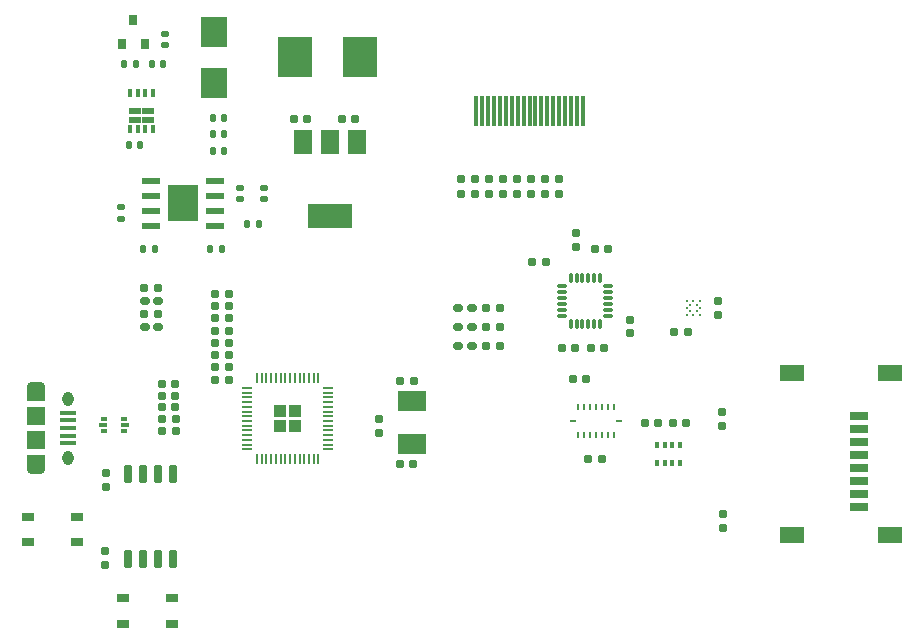
<source format=gbr>
%TF.GenerationSoftware,KiCad,Pcbnew,(6.0.0-0)*%
%TF.CreationDate,2022-10-23T11:33:14-04:00*%
%TF.ProjectId,hermes_v1,6865726d-6573-45f7-9631-2e6b69636164,rev?*%
%TF.SameCoordinates,Original*%
%TF.FileFunction,Paste,Top*%
%TF.FilePolarity,Positive*%
%FSLAX46Y46*%
G04 Gerber Fmt 4.6, Leading zero omitted, Abs format (unit mm)*
G04 Created by KiCad (PCBNEW (6.0.0-0)) date 2022-10-23 11:33:14*
%MOMM*%
%LPD*%
G01*
G04 APERTURE LIST*
G04 Aperture macros list*
%AMRoundRect*
0 Rectangle with rounded corners*
0 $1 Rounding radius*
0 $2 $3 $4 $5 $6 $7 $8 $9 X,Y pos of 4 corners*
0 Add a 4 corners polygon primitive as box body*
4,1,4,$2,$3,$4,$5,$6,$7,$8,$9,$2,$3,0*
0 Add four circle primitives for the rounded corners*
1,1,$1+$1,$2,$3*
1,1,$1+$1,$4,$5*
1,1,$1+$1,$6,$7*
1,1,$1+$1,$8,$9*
0 Add four rect primitives between the rounded corners*
20,1,$1+$1,$2,$3,$4,$5,0*
20,1,$1+$1,$4,$5,$6,$7,0*
20,1,$1+$1,$6,$7,$8,$9,0*
20,1,$1+$1,$8,$9,$2,$3,0*%
G04 Aperture macros list end*
%ADD10RoundRect,0.155000X0.212500X0.155000X-0.212500X0.155000X-0.212500X-0.155000X0.212500X-0.155000X0*%
%ADD11RoundRect,0.155000X-0.155000X0.212500X-0.155000X-0.212500X0.155000X-0.212500X0.155000X0.212500X0*%
%ADD12RoundRect,0.155000X-0.212500X-0.155000X0.212500X-0.155000X0.212500X0.155000X-0.212500X0.155000X0*%
%ADD13RoundRect,0.160000X0.222500X0.160000X-0.222500X0.160000X-0.222500X-0.160000X0.222500X-0.160000X0*%
%ADD14RoundRect,0.160000X-0.160000X0.197500X-0.160000X-0.197500X0.160000X-0.197500X0.160000X0.197500X0*%
%ADD15RoundRect,0.160000X-0.197500X-0.160000X0.197500X-0.160000X0.197500X0.160000X-0.197500X0.160000X0*%
%ADD16RoundRect,0.160000X0.160000X-0.197500X0.160000X0.197500X-0.160000X0.197500X-0.160000X-0.197500X0*%
%ADD17RoundRect,0.250000X0.292217X-0.292217X0.292217X0.292217X-0.292217X0.292217X-0.292217X-0.292217X0*%
%ADD18RoundRect,0.050000X0.050000X-0.387500X0.050000X0.387500X-0.050000X0.387500X-0.050000X-0.387500X0*%
%ADD19RoundRect,0.050000X0.387500X-0.050000X0.387500X0.050000X-0.387500X0.050000X-0.387500X-0.050000X0*%
%ADD20RoundRect,0.150000X0.150000X-0.650000X0.150000X0.650000X-0.150000X0.650000X-0.150000X-0.650000X0*%
%ADD21R,2.400000X1.700000*%
%ADD22R,1.050000X0.650000*%
%ADD23O,0.950000X1.250000*%
%ADD24O,1.550000X0.890000*%
%ADD25R,1.350000X0.400000*%
%ADD26R,1.550000X1.500000*%
%ADD27R,1.550000X1.200000*%
%ADD28RoundRect,0.160000X-0.222500X-0.160000X0.222500X-0.160000X0.222500X0.160000X-0.222500X0.160000X0*%
%ADD29R,0.500000X0.375000*%
%ADD30R,0.650000X0.300000*%
%ADD31RoundRect,0.075000X-0.350000X-0.075000X0.350000X-0.075000X0.350000X0.075000X-0.350000X0.075000X0*%
%ADD32RoundRect,0.075000X0.075000X-0.350000X0.075000X0.350000X-0.075000X0.350000X-0.075000X-0.350000X0*%
%ADD33RoundRect,0.155000X0.155000X-0.212500X0.155000X0.212500X-0.155000X0.212500X-0.155000X-0.212500X0*%
%ADD34RoundRect,0.140000X-0.140000X-0.170000X0.140000X-0.170000X0.140000X0.170000X-0.140000X0.170000X0*%
%ADD35R,2.950000X3.500000*%
%ADD36R,0.300000X2.600000*%
%ADD37RoundRect,0.140000X0.170000X-0.140000X0.170000X0.140000X-0.170000X0.140000X-0.170000X-0.140000X0*%
%ADD38RoundRect,0.135000X0.135000X0.185000X-0.135000X0.185000X-0.135000X-0.185000X0.135000X-0.185000X0*%
%ADD39R,2.600000X3.100000*%
%ADD40R,1.550000X0.600000*%
%ADD41RoundRect,0.135000X0.185000X-0.135000X0.185000X0.135000X-0.185000X0.135000X-0.185000X-0.135000X0*%
%ADD42RoundRect,0.140000X-0.170000X0.140000X-0.170000X-0.140000X0.170000X-0.140000X0.170000X0.140000X0*%
%ADD43C,0.202004*%
%ADD44RoundRect,0.140000X0.140000X0.170000X-0.140000X0.170000X-0.140000X-0.170000X0.140000X-0.170000X0*%
%ADD45R,1.500000X0.800000*%
%ADD46R,2.000000X1.450000*%
%ADD47R,0.254000X0.482600*%
%ADD48R,0.482600X0.254000*%
%ADD49R,0.420000X0.700000*%
%ADD50R,1.000000X0.600000*%
%ADD51R,0.350000X0.500000*%
%ADD52R,0.800000X0.900000*%
%ADD53R,1.500000X2.000000*%
%ADD54R,3.800000X2.000000*%
%ADD55R,2.300000X2.500000*%
G04 APERTURE END LIST*
D10*
%TO.C,C6*%
X139335000Y-73393750D03*
X138200000Y-73393750D03*
%TD*%
%TO.C,C8*%
X139335000Y-72400000D03*
X138200000Y-72400000D03*
%TD*%
%TO.C,C11*%
X143843751Y-69978570D03*
X142708751Y-69978570D03*
%TD*%
%TO.C,C12*%
X143843751Y-68942856D03*
X142708751Y-68942856D03*
%TD*%
%TO.C,C13*%
X143835000Y-67907142D03*
X142700000Y-67907142D03*
%TD*%
%TO.C,C14*%
X143835000Y-66871428D03*
X142700000Y-66871428D03*
%TD*%
%TO.C,C15*%
X143835000Y-65835714D03*
X142700000Y-65835714D03*
%TD*%
%TO.C,C16*%
X143835000Y-64800000D03*
X142700000Y-64800000D03*
%TD*%
%TO.C,C17*%
X159492500Y-79182500D03*
X158357500Y-79182500D03*
%TD*%
%TO.C,C18*%
X159517500Y-72150000D03*
X158382500Y-72150000D03*
%TD*%
D11*
%TO.C,C19*%
X133500000Y-79982500D03*
X133500000Y-81117500D03*
%TD*%
D12*
%TO.C,C26*%
X174282500Y-78800000D03*
X175417500Y-78800000D03*
%TD*%
D13*
%TO.C,D2*%
X164422500Y-66000000D03*
X163277500Y-66000000D03*
%TD*%
%TO.C,D3*%
X164422500Y-67600000D03*
X163277500Y-67600000D03*
%TD*%
%TO.C,D4*%
X164422500Y-69200000D03*
X163277500Y-69200000D03*
%TD*%
D14*
%TO.C,R5*%
X173252500Y-59602500D03*
X173252500Y-60797500D03*
%TD*%
D15*
%TO.C,R6*%
X169505000Y-62100000D03*
X170700000Y-62100000D03*
%TD*%
D16*
%TO.C,R7*%
X133350000Y-87715000D03*
X133350000Y-86520000D03*
%TD*%
D15*
%TO.C,R13*%
X165652500Y-67600000D03*
X166847500Y-67600000D03*
%TD*%
%TO.C,R14*%
X165652500Y-69200000D03*
X166847500Y-69200000D03*
%TD*%
D17*
%TO.C,U3*%
X148212500Y-75987500D03*
X148212500Y-74712500D03*
X149487500Y-74712500D03*
X149487500Y-75987500D03*
D18*
X146250000Y-78787500D03*
X146650000Y-78787500D03*
X147050000Y-78787500D03*
X147450000Y-78787500D03*
X147850000Y-78787500D03*
X148250000Y-78787500D03*
X148650000Y-78787500D03*
X149050000Y-78787500D03*
X149450000Y-78787500D03*
X149850000Y-78787500D03*
X150250000Y-78787500D03*
X150650000Y-78787500D03*
X151050000Y-78787500D03*
X151450000Y-78787500D03*
D19*
X152287500Y-77950000D03*
X152287500Y-77550000D03*
X152287500Y-77150000D03*
X152287500Y-76750000D03*
X152287500Y-76350000D03*
X152287500Y-75950000D03*
X152287500Y-75550000D03*
X152287500Y-75150000D03*
X152287500Y-74750000D03*
X152287500Y-74350000D03*
X152287500Y-73950000D03*
X152287500Y-73550000D03*
X152287500Y-73150000D03*
X152287500Y-72750000D03*
D18*
X151450000Y-71912500D03*
X151050000Y-71912500D03*
X150650000Y-71912500D03*
X150250000Y-71912500D03*
X149850000Y-71912500D03*
X149450000Y-71912500D03*
X149050000Y-71912500D03*
X148650000Y-71912500D03*
X148250000Y-71912500D03*
X147850000Y-71912500D03*
X147450000Y-71912500D03*
X147050000Y-71912500D03*
X146650000Y-71912500D03*
X146250000Y-71912500D03*
D19*
X145412500Y-72750000D03*
X145412500Y-73150000D03*
X145412500Y-73550000D03*
X145412500Y-73950000D03*
X145412500Y-74350000D03*
X145412500Y-74750000D03*
X145412500Y-75150000D03*
X145412500Y-75550000D03*
X145412500Y-75950000D03*
X145412500Y-76350000D03*
X145412500Y-76750000D03*
X145412500Y-77150000D03*
X145412500Y-77550000D03*
X145412500Y-77950000D03*
%TD*%
D20*
%TO.C,U4*%
X135295000Y-87217500D03*
X136565000Y-87217500D03*
X137835000Y-87217500D03*
X139105000Y-87217500D03*
X139105000Y-80017500D03*
X137835000Y-80017500D03*
X136565000Y-80017500D03*
X135295000Y-80017500D03*
%TD*%
D21*
%TO.C,Y1*%
X159383750Y-77532500D03*
X159383750Y-73832500D03*
%TD*%
D10*
%TO.C,C9*%
X143835000Y-72050000D03*
X142700000Y-72050000D03*
%TD*%
D15*
%TO.C,R3*%
X138170000Y-76405000D03*
X139365000Y-76405000D03*
%TD*%
D22*
%TO.C,SW1*%
X126875000Y-85825000D03*
X131025000Y-85825000D03*
X126875000Y-83675000D03*
X131025000Y-83675000D03*
%TD*%
D23*
%TO.C,J2*%
X130250000Y-78650000D03*
D24*
X127550000Y-72650000D03*
X127550000Y-79650000D03*
D23*
X130250000Y-73650000D03*
D25*
X130250000Y-74850000D03*
X130250000Y-75500000D03*
X130250000Y-76150000D03*
X130250000Y-76800000D03*
X130250000Y-77450000D03*
D26*
X127550000Y-75150000D03*
X127550000Y-77150000D03*
D27*
X127550000Y-73250000D03*
X127550000Y-79050000D03*
%TD*%
D16*
%TO.C,R9*%
X156600000Y-76597500D03*
X156600000Y-75402500D03*
%TD*%
D10*
%TO.C,C10*%
X143843751Y-71014284D03*
X142708751Y-71014284D03*
%TD*%
D22*
%TO.C,SW2*%
X139075000Y-90575000D03*
X134925000Y-90575000D03*
X139075000Y-92725000D03*
X134925000Y-92725000D03*
%TD*%
D10*
%TO.C,C7*%
X139335000Y-74387500D03*
X138200000Y-74387500D03*
%TD*%
D15*
%TO.C,R12*%
X165652500Y-66000000D03*
X166847500Y-66000000D03*
%TD*%
%TO.C,R15*%
X136702500Y-66500000D03*
X137897500Y-66500000D03*
%TD*%
%TO.C,R16*%
X136702500Y-64300000D03*
X137897500Y-64300000D03*
%TD*%
D28*
%TO.C,D5*%
X136727500Y-67600000D03*
X137872500Y-67600000D03*
%TD*%
%TO.C,D6*%
X136727500Y-65400000D03*
X137872500Y-65400000D03*
%TD*%
D15*
%TO.C,R4*%
X138170000Y-75391250D03*
X139365000Y-75391250D03*
%TD*%
D29*
%TO.C,U7*%
X135000000Y-76437500D03*
D30*
X135075000Y-75900000D03*
D29*
X135000000Y-75362500D03*
X133300000Y-75362500D03*
D30*
X133225000Y-75900000D03*
D29*
X133300000Y-76437500D03*
%TD*%
D31*
%TO.C,U8*%
X172102500Y-64150000D03*
X172102500Y-64650000D03*
X172102500Y-65150000D03*
X172102500Y-65650000D03*
X172102500Y-66150000D03*
X172102500Y-66650000D03*
D32*
X172802500Y-67350000D03*
X173302500Y-67350000D03*
X173802500Y-67350000D03*
X174302500Y-67350000D03*
X174802500Y-67350000D03*
X175302500Y-67350000D03*
D31*
X176002500Y-66650000D03*
X176002500Y-66150000D03*
X176002500Y-65650000D03*
X176002500Y-65150000D03*
X176002500Y-64650000D03*
X176002500Y-64150000D03*
D32*
X175302500Y-63450000D03*
X174802500Y-63450000D03*
X174302500Y-63450000D03*
X173802500Y-63450000D03*
X173302500Y-63450000D03*
X172802500Y-63450000D03*
%TD*%
D33*
%TO.C,C35*%
X185250000Y-66567500D03*
X185250000Y-65432500D03*
%TD*%
D16*
%TO.C,R19*%
X164685714Y-56297500D03*
X164685714Y-55102500D03*
%TD*%
D34*
%TO.C,C24*%
X145420000Y-58900000D03*
X146380000Y-58900000D03*
%TD*%
D35*
%TO.C,L2*%
X149475000Y-44750000D03*
X154925000Y-44750000D03*
%TD*%
D36*
%TO.C,J5*%
X164825000Y-49286750D03*
X165325000Y-49286750D03*
X165825000Y-49286750D03*
X166325000Y-49286750D03*
X166825000Y-49286750D03*
X167325000Y-49286750D03*
X167825000Y-49286750D03*
X168325000Y-49286750D03*
X168825000Y-49286750D03*
X169325000Y-49286750D03*
X169825000Y-49286750D03*
X170325000Y-49286750D03*
X170825000Y-49286750D03*
X171325000Y-49286750D03*
X171825000Y-49286750D03*
X172325000Y-49286750D03*
X172825000Y-49286750D03*
X173325000Y-49286750D03*
X173825000Y-49286750D03*
%TD*%
D12*
%TO.C,C3*%
X149382500Y-49950000D03*
X150517500Y-49950000D03*
%TD*%
%TO.C,C5*%
X153407500Y-49950000D03*
X154542500Y-49950000D03*
%TD*%
D37*
%TO.C,C31*%
X144800000Y-56780000D03*
X144800000Y-55820000D03*
%TD*%
D38*
%TO.C,R8*%
X143310000Y-60950000D03*
X142290000Y-60950000D03*
%TD*%
D39*
%TO.C,U6*%
X139975000Y-57125000D03*
D40*
X137275000Y-55220000D03*
X137275000Y-56490000D03*
X137275000Y-57760000D03*
X137275000Y-59030000D03*
X142675000Y-59030000D03*
X142675000Y-57760000D03*
X142675000Y-56490000D03*
X142675000Y-55220000D03*
%TD*%
D12*
%TO.C,C4*%
X181457500Y-75750000D03*
X182592500Y-75750000D03*
%TD*%
D41*
%TO.C,R10*%
X134725000Y-58460000D03*
X134725000Y-57440000D03*
%TD*%
D10*
%TO.C,C34*%
X182717500Y-68050000D03*
X181582500Y-68050000D03*
%TD*%
D16*
%TO.C,R20*%
X165871428Y-56297500D03*
X165871428Y-55102500D03*
%TD*%
D42*
%TO.C,C27*%
X146850000Y-55820000D03*
X146850000Y-56780000D03*
%TD*%
D16*
%TO.C,R24*%
X170614284Y-56297500D03*
X170614284Y-55102500D03*
%TD*%
%TO.C,R2*%
X185700000Y-84597500D03*
X185700000Y-83402500D03*
%TD*%
%TO.C,R18*%
X163500000Y-56297500D03*
X163500000Y-55102500D03*
%TD*%
D43*
%TO.C,U9*%
X182634000Y-66556000D03*
X182634000Y-65990000D03*
X182634000Y-65424000D03*
X182917000Y-66273000D03*
X182917000Y-65707000D03*
X183200000Y-66556000D03*
X183200000Y-65424000D03*
X183483000Y-66273000D03*
X183483000Y-65707000D03*
X183766000Y-66556000D03*
X183766000Y-65990000D03*
X183766000Y-65424000D03*
%TD*%
D44*
%TO.C,C28*%
X136330000Y-52200000D03*
X135370000Y-52200000D03*
%TD*%
D12*
%TO.C,C1*%
X172982500Y-72000000D03*
X174117500Y-72000000D03*
%TD*%
D37*
%TO.C,C30*%
X138475000Y-43730000D03*
X138475000Y-42770000D03*
%TD*%
D45*
%TO.C,J1*%
X197250000Y-75150000D03*
X197250000Y-76250000D03*
X197250000Y-77350000D03*
X197250000Y-78450000D03*
X197250000Y-79550000D03*
X197250000Y-80650000D03*
X197250000Y-81750000D03*
X197250000Y-82850000D03*
D46*
X191550000Y-85225000D03*
X199850000Y-71475000D03*
X199850000Y-85225000D03*
X191550000Y-71475000D03*
%TD*%
D34*
%TO.C,C32*%
X142500000Y-52650000D03*
X143460000Y-52650000D03*
%TD*%
D44*
%TO.C,C29*%
X138305000Y-45350000D03*
X137345000Y-45350000D03*
%TD*%
D38*
%TO.C,R17*%
X135985000Y-45300000D03*
X134965000Y-45300000D03*
%TD*%
D47*
%TO.C,U1*%
X173450000Y-74394300D03*
X173949999Y-74394300D03*
X174450001Y-74394300D03*
X174950000Y-74394300D03*
X175449999Y-74394300D03*
X175950001Y-74394300D03*
X176450000Y-74394300D03*
D48*
X176861300Y-75550000D03*
D47*
X176450000Y-76705700D03*
X175950001Y-76705700D03*
X175449999Y-76705700D03*
X174950000Y-76705700D03*
X174450001Y-76705700D03*
X173949999Y-76705700D03*
X173450000Y-76705700D03*
D48*
X173038700Y-75550000D03*
%TD*%
D16*
%TO.C,R1*%
X185650000Y-75947500D03*
X185650000Y-74752500D03*
%TD*%
D49*
%TO.C,Q1*%
X135500000Y-50800000D03*
D50*
X135910000Y-49320000D03*
X137040000Y-50030000D03*
X137040000Y-49320000D03*
D49*
X136800000Y-50800000D03*
X137450000Y-50800000D03*
D50*
X135910000Y-50030000D03*
D49*
X136150000Y-50800000D03*
X137450000Y-47800000D03*
X136800000Y-47800000D03*
X136150000Y-47800000D03*
X135500000Y-47800000D03*
%TD*%
D10*
%TO.C,C20*%
X173170000Y-69400000D03*
X172035000Y-69400000D03*
%TD*%
D51*
%TO.C,U5*%
X182050000Y-79150000D03*
X181400000Y-79150000D03*
X180750000Y-79150000D03*
X180100000Y-79150000D03*
X180100000Y-77550000D03*
X180750000Y-77550000D03*
X181400000Y-77550000D03*
X182050000Y-77550000D03*
%TD*%
D10*
%TO.C,C25*%
X175970000Y-61000000D03*
X174835000Y-61000000D03*
%TD*%
%TO.C,C2*%
X180192500Y-75750000D03*
X179057500Y-75750000D03*
%TD*%
D34*
%TO.C,C23*%
X142495000Y-51275000D03*
X143455000Y-51275000D03*
%TD*%
D52*
%TO.C,D8*%
X136725000Y-43600000D03*
X135775000Y-41600000D03*
X134825000Y-43600000D03*
%TD*%
D16*
%TO.C,R21*%
X167057142Y-56297500D03*
X167057142Y-55102500D03*
%TD*%
%TO.C,R23*%
X169428570Y-56297500D03*
X169428570Y-55102500D03*
%TD*%
D34*
%TO.C,C21*%
X142495000Y-49900000D03*
X143455000Y-49900000D03*
%TD*%
D16*
%TO.C,R22*%
X168242856Y-56297500D03*
X168242856Y-55102500D03*
%TD*%
D10*
%TO.C,C33*%
X175620000Y-69400000D03*
X174485000Y-69400000D03*
%TD*%
D33*
%TO.C,C22*%
X177852500Y-68117500D03*
X177852500Y-66982500D03*
%TD*%
D16*
%TO.C,R25*%
X171800000Y-56297500D03*
X171800000Y-55102500D03*
%TD*%
D53*
%TO.C,U2*%
X154735000Y-51920000D03*
D54*
X152435000Y-58220000D03*
D53*
X152435000Y-51920000D03*
X150135000Y-51920000D03*
%TD*%
D55*
%TO.C,D7*%
X142625000Y-46950000D03*
X142625000Y-42650000D03*
%TD*%
D38*
%TO.C,R11*%
X137610000Y-60950000D03*
X136590000Y-60950000D03*
%TD*%
M02*

</source>
